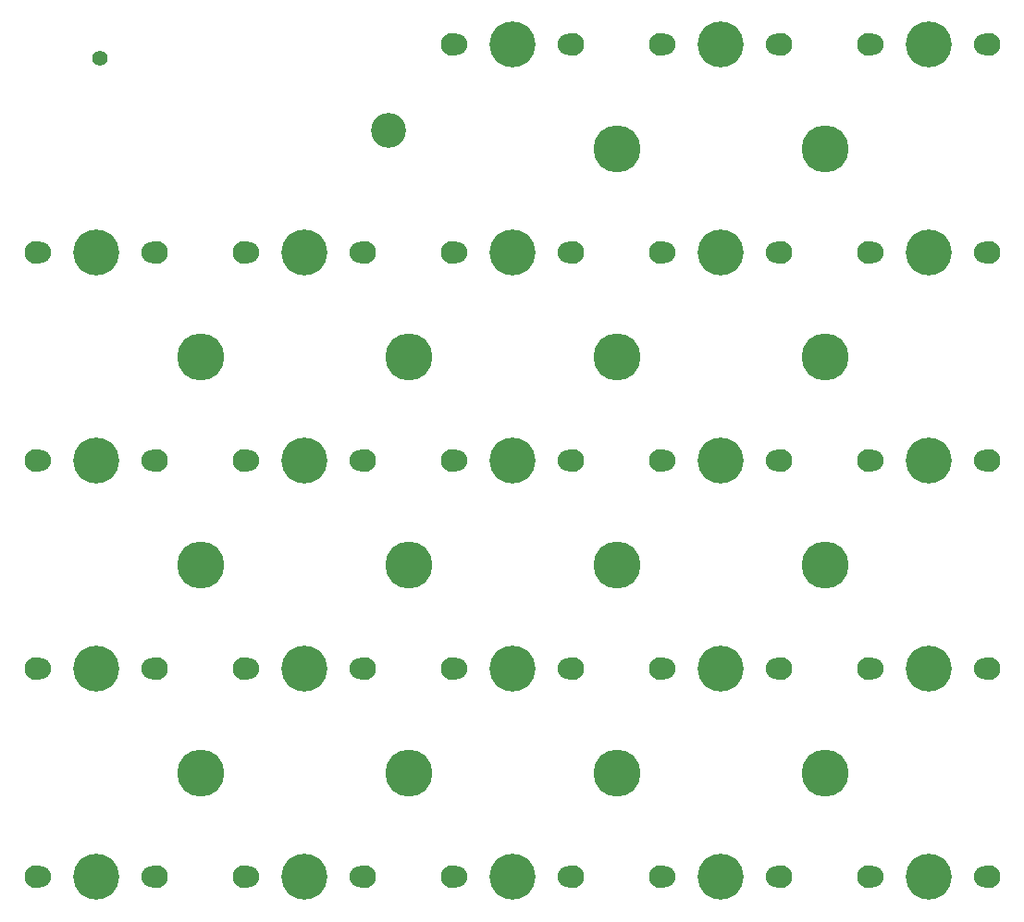
<source format=gts>
G04 #@! TF.GenerationSoftware,KiCad,Pcbnew,(5.1.2)-2*
G04 #@! TF.CreationDate,2020-05-18T12:28:55+09:00*
G04 #@! TF.ProjectId,_5x4+3______Ver1.03,f3357834-2b33-4adf-9cdc-fcc95f566572,rev?*
G04 #@! TF.SameCoordinates,Original*
G04 #@! TF.FileFunction,Soldermask,Top*
G04 #@! TF.FilePolarity,Negative*
%FSLAX46Y46*%
G04 Gerber Fmt 4.6, Leading zero omitted, Abs format (unit mm)*
G04 Created by KiCad (PCBNEW (5.1.2)-2) date 2020-05-18 12:28:55*
%MOMM*%
%LPD*%
G04 APERTURE LIST*
%ADD10C,1.900000*%
%ADD11C,2.100000*%
%ADD12C,4.200000*%
%ADD13C,3.200000*%
%ADD14C,4.300000*%
%ADD15C,1.400000*%
G04 APERTURE END LIST*
D10*
X14580000Y64650000D03*
X4420000Y64650000D03*
D11*
X15000000Y64650000D03*
X4000000Y64650000D03*
D12*
X9500000Y64650000D03*
D10*
X90780000Y64650000D03*
X80620000Y64650000D03*
D11*
X91200000Y64650000D03*
X80200000Y64650000D03*
D12*
X85700000Y64650000D03*
D10*
X52680000Y64650000D03*
X42520000Y64650000D03*
D11*
X53100000Y64650000D03*
X42100000Y64650000D03*
D12*
X47600000Y64650000D03*
D10*
X90780000Y83700000D03*
X80620000Y83700000D03*
D11*
X91200000Y83700000D03*
X80200000Y83700000D03*
D12*
X85700000Y83700000D03*
D10*
X33630000Y64650000D03*
X23470000Y64650000D03*
D11*
X34050000Y64650000D03*
X23050000Y64650000D03*
D12*
X28550000Y64650000D03*
D10*
X71730000Y64650000D03*
X61570000Y64650000D03*
D11*
X72150000Y64650000D03*
X61150000Y64650000D03*
D12*
X66650000Y64650000D03*
D10*
X90780000Y45600000D03*
X80620000Y45600000D03*
D11*
X91200000Y45600000D03*
X80200000Y45600000D03*
D12*
X85700000Y45600000D03*
D10*
X90780000Y26550000D03*
X80620000Y26550000D03*
D11*
X91200000Y26550000D03*
X80200000Y26550000D03*
D12*
X85700000Y26550000D03*
D10*
X90780000Y7500000D03*
X80620000Y7500000D03*
D11*
X91200000Y7500000D03*
X80200000Y7500000D03*
D12*
X85700000Y7500000D03*
D10*
X71730000Y83700000D03*
X61570000Y83700000D03*
D11*
X72150000Y83700000D03*
X61150000Y83700000D03*
D12*
X66650000Y83700000D03*
D10*
X71730000Y45600000D03*
X61570000Y45600000D03*
D11*
X72150000Y45600000D03*
X61150000Y45600000D03*
D12*
X66650000Y45600000D03*
D10*
X71730000Y26550000D03*
X61570000Y26550000D03*
D11*
X72150000Y26550000D03*
X61150000Y26550000D03*
D12*
X66650000Y26550000D03*
D10*
X71730000Y7500000D03*
X61570000Y7500000D03*
D11*
X72150000Y7500000D03*
X61150000Y7500000D03*
D12*
X66650000Y7500000D03*
D10*
X52680000Y83700000D03*
X42520000Y83700000D03*
D11*
X53100000Y83700000D03*
X42100000Y83700000D03*
D12*
X47600000Y83700000D03*
D10*
X52680000Y45600000D03*
X42520000Y45600000D03*
D11*
X53100000Y45600000D03*
X42100000Y45600000D03*
D12*
X47600000Y45600000D03*
D10*
X52680000Y26550000D03*
X42520000Y26550000D03*
D11*
X53100000Y26550000D03*
X42100000Y26550000D03*
D12*
X47600000Y26550000D03*
D10*
X52680000Y7500000D03*
X42520000Y7500000D03*
D11*
X53100000Y7500000D03*
X42100000Y7500000D03*
D12*
X47600000Y7500000D03*
D10*
X33630000Y45600000D03*
X23470000Y45600000D03*
D11*
X34050000Y45600000D03*
X23050000Y45600000D03*
D12*
X28550000Y45600000D03*
D10*
X33630000Y26550000D03*
X23470000Y26550000D03*
D11*
X34050000Y26550000D03*
X23050000Y26550000D03*
D12*
X28550000Y26550000D03*
D10*
X33630000Y7500000D03*
X23470000Y7500000D03*
D11*
X34050000Y7500000D03*
X23050000Y7500000D03*
D12*
X28550000Y7500000D03*
D10*
X14580000Y45600000D03*
X4420000Y45600000D03*
D11*
X15000000Y45600000D03*
X4000000Y45600000D03*
D12*
X9500000Y45600000D03*
D10*
X14580000Y26550000D03*
X4420000Y26550000D03*
D11*
X15000000Y26550000D03*
X4000000Y26550000D03*
D12*
X9500000Y26550000D03*
D10*
X14580000Y7500000D03*
X4420000Y7500000D03*
D11*
X15000000Y7500000D03*
X4000000Y7500000D03*
D12*
X9500000Y7500000D03*
D13*
X36300000Y75870000D03*
D14*
X57150000Y74200000D03*
X76200000Y74200000D03*
X19050000Y55150000D03*
X38100000Y55150000D03*
X57150000Y55150000D03*
X76200000Y55150000D03*
X19050000Y36100000D03*
X38100000Y36100000D03*
X57150000Y36100000D03*
X76200000Y36100000D03*
X19050000Y17050000D03*
X38100000Y17050000D03*
X57150000Y17050000D03*
X76200000Y17050000D03*
D15*
X9850000Y82450000D03*
M02*

</source>
